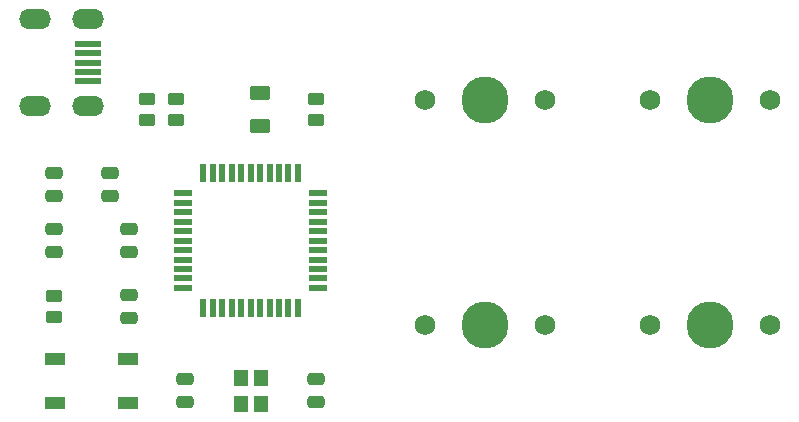
<source format=gbr>
%TF.GenerationSoftware,KiCad,Pcbnew,(6.0.5)*%
%TF.CreationDate,2022-12-18T12:47:56-06:00*%
%TF.ProjectId,ai03-pcb-tutorial,61693033-2d70-4636-922d-7475746f7269,rev?*%
%TF.SameCoordinates,Original*%
%TF.FileFunction,Soldermask,Top*%
%TF.FilePolarity,Negative*%
%FSLAX46Y46*%
G04 Gerber Fmt 4.6, Leading zero omitted, Abs format (unit mm)*
G04 Created by KiCad (PCBNEW (6.0.5)) date 2022-12-18 12:47:56*
%MOMM*%
%LPD*%
G01*
G04 APERTURE LIST*
G04 Aperture macros list*
%AMRoundRect*
0 Rectangle with rounded corners*
0 $1 Rounding radius*
0 $2 $3 $4 $5 $6 $7 $8 $9 X,Y pos of 4 corners*
0 Add a 4 corners polygon primitive as box body*
4,1,4,$2,$3,$4,$5,$6,$7,$8,$9,$2,$3,0*
0 Add four circle primitives for the rounded corners*
1,1,$1+$1,$2,$3*
1,1,$1+$1,$4,$5*
1,1,$1+$1,$6,$7*
1,1,$1+$1,$8,$9*
0 Add four rect primitives between the rounded corners*
20,1,$1+$1,$2,$3,$4,$5,0*
20,1,$1+$1,$4,$5,$6,$7,0*
20,1,$1+$1,$6,$7,$8,$9,0*
20,1,$1+$1,$8,$9,$2,$3,0*%
G04 Aperture macros list end*
%ADD10C,3.987800*%
%ADD11C,1.750000*%
%ADD12R,1.200000X1.400000*%
%ADD13R,2.250000X0.500000*%
%ADD14O,2.700000X1.700000*%
%ADD15R,1.500000X0.550000*%
%ADD16R,0.550000X1.500000*%
%ADD17R,1.800000X1.100000*%
%ADD18RoundRect,0.250000X0.450000X-0.262500X0.450000X0.262500X-0.450000X0.262500X-0.450000X-0.262500X0*%
%ADD19RoundRect,0.250000X-0.450000X0.262500X-0.450000X-0.262500X0.450000X-0.262500X0.450000X0.262500X0*%
%ADD20RoundRect,0.250000X-0.625000X0.375000X-0.625000X-0.375000X0.625000X-0.375000X0.625000X0.375000X0*%
%ADD21RoundRect,0.250000X0.475000X-0.250000X0.475000X0.250000X-0.475000X0.250000X-0.475000X-0.250000X0*%
%ADD22RoundRect,0.250000X-0.475000X0.250000X-0.475000X-0.250000X0.475000X-0.250000X0.475000X0.250000X0*%
G04 APERTURE END LIST*
D10*
%TO.C,MX4*%
X154781250Y-141287500D03*
D11*
X149701250Y-141287500D03*
X159861250Y-141287500D03*
%TD*%
D10*
%TO.C,MX1*%
X135731250Y-122237500D03*
D11*
X130651250Y-122237500D03*
X140811250Y-122237500D03*
%TD*%
D12*
%TO.C,Y1*%
X115037500Y-145743750D03*
X115037500Y-147943750D03*
X116737500Y-147943750D03*
X116737500Y-145743750D03*
%TD*%
D13*
%TO.C,USB1*%
X102131250Y-120662500D03*
X102131250Y-119862500D03*
X102131250Y-119062500D03*
X102131250Y-118262500D03*
X102131250Y-117462500D03*
D14*
X102131250Y-115412500D03*
X102131250Y-122712500D03*
X97631250Y-122712500D03*
X97631250Y-115412500D03*
%TD*%
D15*
%TO.C,U1*%
X110187500Y-130143750D03*
X110187500Y-130943750D03*
X110187500Y-131743750D03*
X110187500Y-132543750D03*
X110187500Y-133343750D03*
X110187500Y-134143750D03*
X110187500Y-134943750D03*
X110187500Y-135743750D03*
X110187500Y-136543750D03*
X110187500Y-137343750D03*
X110187500Y-138143750D03*
D16*
X111887500Y-139843750D03*
X112687500Y-139843750D03*
X113487500Y-139843750D03*
X114287500Y-139843750D03*
X115087500Y-139843750D03*
X115887500Y-139843750D03*
X116687500Y-139843750D03*
X117487500Y-139843750D03*
X118287500Y-139843750D03*
X119087500Y-139843750D03*
X119887500Y-139843750D03*
D15*
X121587500Y-138143750D03*
X121587500Y-137343750D03*
X121587500Y-136543750D03*
X121587500Y-135743750D03*
X121587500Y-134943750D03*
X121587500Y-134143750D03*
X121587500Y-133343750D03*
X121587500Y-132543750D03*
X121587500Y-131743750D03*
X121587500Y-130943750D03*
X121587500Y-130143750D03*
D16*
X119887500Y-128443750D03*
X119087500Y-128443750D03*
X118287500Y-128443750D03*
X117487500Y-128443750D03*
X116687500Y-128443750D03*
X115887500Y-128443750D03*
X115087500Y-128443750D03*
X114287500Y-128443750D03*
X113487500Y-128443750D03*
X112687500Y-128443750D03*
X111887500Y-128443750D03*
%TD*%
D17*
%TO.C,SW1*%
X105493750Y-147900000D03*
X99293750Y-144200000D03*
X105493750Y-144200000D03*
X99293750Y-147900000D03*
%TD*%
D18*
%TO.C,R4*%
X121443750Y-123943750D03*
X121443750Y-122118750D03*
%TD*%
D19*
%TO.C,R3*%
X109537500Y-122118750D03*
X109537500Y-123943750D03*
%TD*%
D18*
%TO.C,R2*%
X107156250Y-123943750D03*
X107156250Y-122118750D03*
%TD*%
D19*
%TO.C,R1*%
X99218750Y-138787500D03*
X99218750Y-140612500D03*
%TD*%
D10*
%TO.C,MX3*%
X135731250Y-141287500D03*
D11*
X130651250Y-141287500D03*
X140811250Y-141287500D03*
%TD*%
%TO.C,MX2*%
X159861250Y-122237500D03*
X149701250Y-122237500D03*
D10*
X154781250Y-122237500D03*
%TD*%
D20*
%TO.C,F1*%
X116681250Y-121631250D03*
X116681250Y-124431250D03*
%TD*%
D21*
%TO.C,C7*%
X105568750Y-135093750D03*
X105568750Y-133193750D03*
%TD*%
%TO.C,C6*%
X99218750Y-128431250D03*
X99218750Y-130331250D03*
%TD*%
%TO.C,C5*%
X103981250Y-130331250D03*
X103981250Y-128431250D03*
%TD*%
D22*
%TO.C,C4*%
X105568750Y-138750000D03*
X105568750Y-140650000D03*
%TD*%
D21*
%TO.C,C3*%
X99218750Y-135093750D03*
X99218750Y-133193750D03*
%TD*%
%TO.C,C2*%
X110331250Y-147793750D03*
X110331250Y-145893750D03*
%TD*%
%TO.C,C1*%
X121443750Y-147793750D03*
X121443750Y-145893750D03*
%TD*%
M02*

</source>
